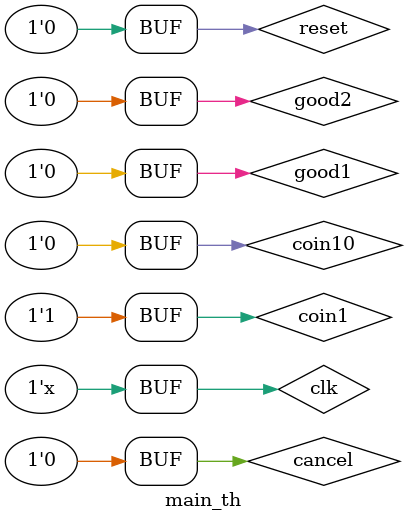
<source format=v>
`timescale 1ns / 1ps

module main_th(); 
  reg  clk,reset,cancel,coin1,coin10,good1,good2;
  wire hold_ind,drinktk_ind,charge_ind;
  wire [7:0] SEG,AN;
  
  main main1(clk,reset,cancel,coin1,coin10,good1,good2,hold_ind,drinktk_ind,charge_ind,SEG,AN);
  always #1 clk=~clk;
  initial begin
  reset<=0;
  cancel<=0;
  coin1<=0;
  coin10<=0;
  good1<=0;
  good2<=0;
  #200 coin1<=1;
//  #200 coin1<=0;
//  #200 coin10<=1;
//  #200 coin10<=0;
  end
  
endmodule

</source>
